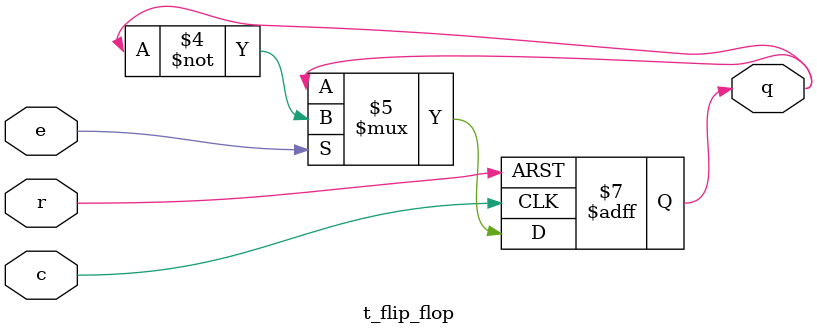
<source format=v>
`timescale 1ns / 1ns

module rate_divider(RATE, RESET, CLOCK_50, PULSE);
	input CLOCK_50;
	input RESET;
	input [2:0] RATE;
	output reg PULSE;
	wire [27:0] input00, input01, input10, input11;
	reg enable;
	
	RateDivider case00(CLOCK_50, input00, RESET, 1'b0, 1'b0, enable);
	RateDivider case01(CLOCK_50, input01, RESET, 1'b1, 28'b0000000000101111000001111111, enable);
	RateDivider case10(CLOCK_50, input10, RESET, 1'b1, 28'b0000111101011110000011111111, enable);
	RateDivider case11(CLOCK_50, input11, RESET, 1'b1, 28'b0001111010111100000111111111, enable);
	
	always @(*)
	begin
		case(RATE)
			2'b00: enable = (input00 == 1'b0) ? 1'b1 : 1'b0;
			2'b01: enable = (input01 == 1'b0) ? 1'b1 : 1'b0;
			2'b10: enable = (input10 == 1'b0) ? 1'b1 : 1'b0;
			2'b11: enable = (input11 == 1'b0) ? 1'b1 : 1'b0;
			default: enable = 1'b0;
		endcase
		PULSE = enable;
	end

endmodule

module RateDivider(clock, out, reset, enable, d, ParLoad);
	input clock, enable, reset;
	input [3:0] ParLoad;
	input [27:0] d;
	output reg [27:0] out;
	
	always @(posedge clock)
	begin
		if(reset == 1'b0)
			out <= 0;
		else if(out == 1'b0 | ParLoad)
			out <= d;
		else if(enable)
			out <= out - 1'b1;
	end
endmodule

module twenty_six_bit_counter(e, c, r, q);	// initial enable, clock, reset, output
	input e, c, r;
	output [27:0] q;
	wire [26:0] passthrough;
	
	t_flip_flop first_bit(e, c, r, q[0]);
	assign passthrough[0] = q[0] & e;
	t_flip_flop second_bit(passthrough[0], c, r, q[1]);
	assign passthrough[1] = q[1] & passthrough[0];
	t_flip_flop third_bit(passthrough[1], c, r, q[2]);
	assign passthrough[2] = q[2] & passthrough[1];
	t_flip_flop fourth_bit(passthrough[2], c, r, q[3]);
	assign passthrough[3] = q[3] & passthrough[2];
	t_flip_flop fifth_bit(passthrough[3], c, r, q[4]);
	assign passthrough[4] = q[4] & passthrough[3];
	t_flip_flop sixth_bit(passthrough[4], c, r, q[5]);
	assign passthrough[5] = q[5] & passthrough[4];
	t_flip_flop seventh_bit(passthrough[5], c, r, q[6]);
	assign passthrough[6] = q[6] & passthrough[5];
	t_flip_flop eighth_bit(passthrough[6], c, r, q[7]);
	assign passthrough[7] = q[7] & passthrough[6];
	t_flip_flop ninth_bit(passthrough[7], c, r, q[8]);
	assign passthrough[8] = q[8] & passthrough[7];
	t_flip_flop tenth_bit(passthrough[8], c, r, q[9]);
	assign passthrough[9] = q[9] & passthrough[8];
	t_flip_flop eleventh_bit(passthrough[9], c, r, q[10]);
	assign passthrough[10] = q[10] & passthrough[9];
	t_flip_flop twelfth_bit(passthrough[10], c, r, q[11]);
	assign passthrough[11] = q[11] & passthrough[10];
	t_flip_flop thirteenth_bit(passthrough[11], c, r, q[12]);
	assign passthrough[12] = q[12] & passthrough[11];
	t_flip_flop fourteenth_bit(passthrough[12], c, r, q[13]);
	assign passthrough[13] = q[13] & passthrough[12];
	t_flip_flop fifteenth_bit(passthrough[13], c, r, q[14]);
	assign passthrough[14] = q[14] & passthrough[13];
	t_flip_flop sixteenth_bit(passthrough[14], c, r, q[15]);
	assign passthrough[15] = q[15] & passthrough[14];
	t_flip_flop seventeenth_bit(passthrough[15], c, r, q[16]);
	assign passthrough[16] = q[16] & passthrough[15];
	t_flip_flop eighteenth_bit(passthrough[16], c, r, q[17]);
	assign passthrough[17] = q[17] & passthrough[16];
	t_flip_flop nineteenth_bit(passthrough[17], c, r, q[18]);
	assign passthrough[18] = q[18] & passthrough[17];
	t_flip_flop twentyth_bit(passthrough[18], c, r, q[19]);
	assign passthrough[19] = q[19] & passthrough[18];
	t_flip_flop twenty_first_bit(passthrough[19], c, r, q[20]);
	assign passthrough[20] = q[20] & passthrough[19];
	t_flip_flop twenty_second_bit(passthrough[20], c, r, q[21]);
	assign passthrough[21] = q[21] & passthrough[20];
	t_flip_flop twenty_third_bit(passthrough[21], c, r, q[22]);
	assign passthrough[22] = q[22] & passthrough[21];
	t_flip_flop twenty_fourth_bit(passthrough[22], c, r, q[23]);
	assign passthrough[23] = q[23] & passthrough[22];
	t_flip_flop twenty_fifth_bit(passthrough[23], c, r, q[24]);
	assign passthrough[24] = q[24] & passthrough[23];
	t_flip_flop twenty_sixth_bit(passthrough[24], c, r, q[25]);
	assign passthrough[25] = q[25] & passthrough[24];
	t_flip_flop twenty_seventh_bit(passthrough[25], c, r, q[26]);
	assign passthrough[26] = q[26] & passthrough[25];
	t_flip_flop twenty_eighth_bit(passthrough[26], c, r, q[27]);
	
endmodule


module four_bit_counter(e, c, r, q);	// initial enable, clock, reset, output
	input e, c, r;
	output [3:0] q;
	wire [2:0] passthrough;
	
	t_flip_flop first_bit(e, c, r, q[0]);
	assign passthrough[0] = q[0] & e;
	t_flip_flop second_bit(passthrough[0], c, r, q[1]);
	assign passthrough[1] = q[1] & passthrough[0];
	t_flip_flop third_bit(passthrough[1], c, r, q[2]);
	assign passthrough[2] = q[2] & passthrough[1];
	t_flip_flop fourth_bit(passthrough[2], c, r, q[3]);
	
endmodule

module t_flip_flop(e, c, r, q);	// enable, clock, reset, output
	input e, c, r;
	output reg q;
	reg and1;
	reg and2;
	reg and3;
	reg and4; 
	
	always @(posedge c, negedge r)
	begin
		if(r == 1'b0)
			q <= 0;
		else if(e == 1'b1)
			q <= ~q;
	end
endmodule
</source>
